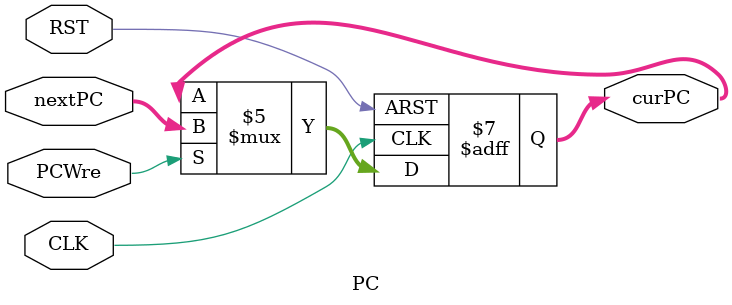
<source format=v>
`timescale 1ns / 1ps


module PC(
       input CLK,               //Ê±ÖÓ
       input RST,             //ÊÇ·ñÖØÖÃµØÖ·¡£0-³õÊ¼»¯PC£¬·ñÔò½ÓÊÜÐÂµØÖ·
       input PCWre,             //ÊÇ·ñ½ÓÊÜÐÂµÄµØÖ·¡£0-²»¸ü¸Ä£»1-¿ÉÒÔ¸ü¸Ä
       input [31:0] nextPC,  //ÐÂÖ¸ÁîµØÖ·
       output reg[31:0] curPC //µ±Ç°Ö¸ÁîµÄµØÖ·
    );
    
    initial begin
        curPC <= 0;
    end

    always@(posedge CLK or negedge RST)
    begin
        if(!RST) // Reset == 0, PC = 0
            begin
                curPC <= 0;
            end
        else 
            begin
                if(PCWre) // PCWre == 1
                    begin 
                        curPC <= nextPC;
                    end
                else    // PCWre == 0, halt
                    begin
                        curPC <= curPC;
                    end
            end
    end
endmodule

</source>
